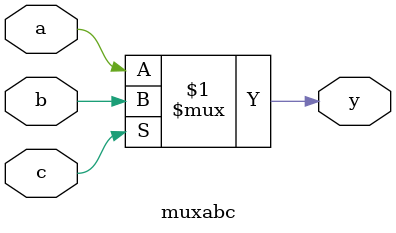
<source format=v>
`timescale 1ns / 1ps


module muxabc(
    input a,
    input b,
    input c,
    output y

    );
/*
    wire i,j;
    assign i=b&c;
    assign j=~c&a;
    assign y= i | j;
 */

/*
    assign y=(b&c) | (~c&a);
*/
    assign y = c?b:a;
endmodule
</source>
